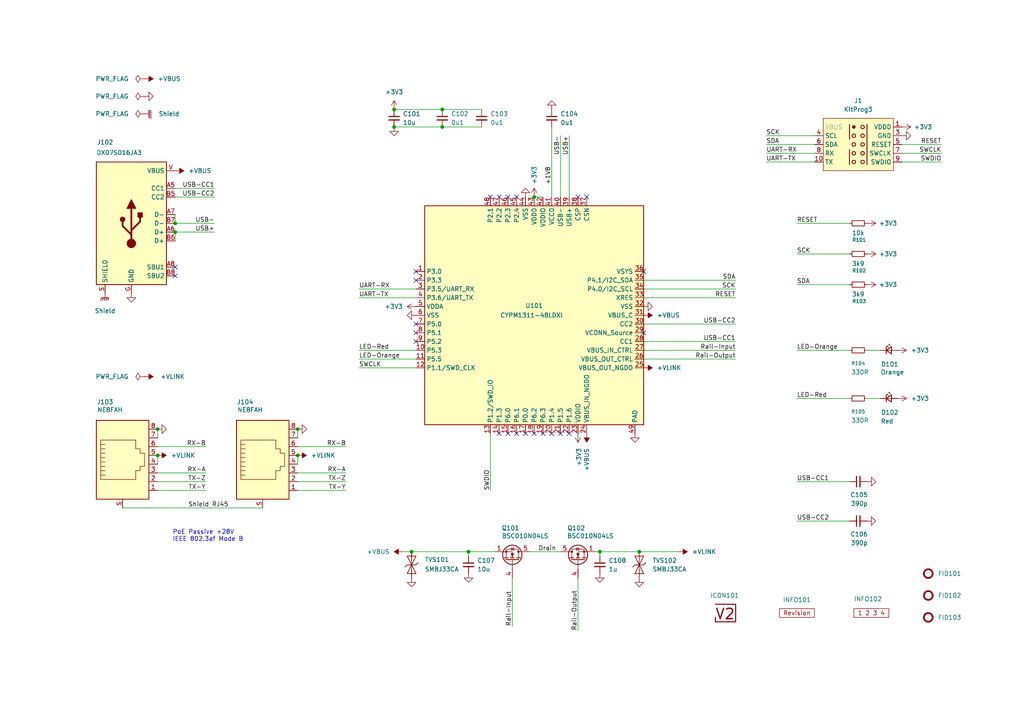
<source format=kicad_sch>
(kicad_sch (version 20250114) (generator "eeschema") (generator_version "9.0")
  (paper "A4")
  (title_block (title "V2 Power Link USB") (date "2026-02-25") (rev "2026-02-10") (company "Versio Duo"))
  (lib_symbols
    (symbol "V2_Artwork:V2-logo" (in_bom no)
      (property "Reference" "ICON" (at -3.302 3.81 0))
      (symbol "V2-logo_1_0"
        (polyline (pts (xy -3.302 2.54) (xy 2.54 2.54) (xy 2.54 -2.54) (xy -3.302 -2.54) (xy -3.302 -1.27)) (stroke (width 0.3)))
      )
      (symbol "V2-logo_1_1"
        (text "V2" (at -0.508 -0.254 0) (effects (font (size 3 3) (thickness 0.375))))
      )
    )
    (symbol "V2_Capacitor:0603_0u1" (pin_numbers (hide yes)) (pin_names (offset 0.254) (hide yes))
      (property "Reference" "C" (at 1.778 1.524 0))
      (property "Value" "0u1" (at 1.778 -2.032 0))
      (symbol "0603_0u1_0_1"
        (polyline (pts (xy -1.524 0.508) (xy 1.524 0.508)) (stroke (width 0.3048)))
        (polyline (pts (xy -1.524 -0.508) (xy 1.524 -0.508)) (stroke (width 0.3302)))
      )
      (symbol "0603_0u1_1_1"
        (pin passive line (at 0 2.54 270) (length 2.032) (name "~") (number "1"))
        (pin passive line (at 0 -2.54 90) (length 2.032) (name "~") (number "2"))
      )
    )
    (symbol "V2_Capacitor:0603_10u" (pin_numbers (hide yes)) (pin_names (offset 0.254) (hide yes))
      (property "Reference" "C" (at 1.524 1.778 0))
      (property "Value" "10u" (at 1.524 -2.032 0))
      (symbol "0603_10u_0_1"
        (polyline (pts (xy -1.524 0.508) (xy 1.524 0.508)) (stroke (width 0.3048)))
        (polyline (pts (xy -1.524 -0.508) (xy 1.524 -0.508)) (stroke (width 0.3302)))
      )
      (symbol "0603_10u_1_1"
        (pin passive line (at 0 2.54 270) (length 2.032) (name "~") (number "1"))
        (pin passive line (at 0 -2.54 90) (length 2.032) (name "~") (number "2"))
      )
    )
    (symbol "V2_Capacitor:0603_1u" (pin_numbers (hide yes)) (pin_names (offset 0.254) (hide yes))
      (property "Reference" "C" (at 1.524 1.778 0))
      (property "Value" "1u" (at 1.524 -2.032 0))
      (symbol "0603_1u_0_1"
        (polyline (pts (xy -1.524 0.508) (xy 1.524 0.508)) (stroke (width 0.3048)))
        (polyline (pts (xy -1.524 -0.508) (xy 1.524 -0.508)) (stroke (width 0.3302)))
      )
      (symbol "0603_1u_1_1"
        (pin passive line (at 0 2.54 270) (length 2.032) (name "~") (number "1"))
        (pin passive line (at 0 -2.54 90) (length 2.032) (name "~") (number "2"))
      )
    )
    (symbol "V2_Capacitor:0603_390p" (pin_numbers (hide yes)) (pin_names (offset 0.254) (hide yes))
      (property "Reference" "C" (at 1.524 1.778 0))
      (property "Value" "390p" (at 1.524 -2.032 0))
      (symbol "0603_390p_0_1"
        (polyline (pts (xy -1.524 0.508) (xy 1.524 0.508)) (stroke (width 0.3048)))
        (polyline (pts (xy -1.524 -0.508) (xy 1.524 -0.508)) (stroke (width 0.3302)))
      )
      (symbol "0603_390p_1_1"
        (pin passive line (at 0 2.54 270) (length 2.032) (name "~") (number "1"))
        (pin passive line (at 0 -2.54 90) (length 2.032) (name "~") (number "2"))
      )
    )
    (symbol "V2_Capacitor:0805_10u" (pin_numbers (hide yes)) (pin_names (offset 0.254) (hide yes))
      (property "Reference" "C" (at 1.524 1.778 0))
      (property "Value" "10u" (at 1.524 -2.032 0))
      (symbol "0805_10u_0_1"
        (polyline (pts (xy -1.524 0.508) (xy 1.524 0.508)) (stroke (width 0.3048)))
        (polyline (pts (xy -1.524 -0.508) (xy 1.524 -0.508)) (stroke (width 0.3302)))
      )
      (symbol "0805_10u_1_1"
        (pin passive line (at 0 2.54 270) (length 2.032) (name "~") (number "1"))
        (pin passive line (at 0 -2.54 90) (length 2.032) (name "~") (number "2"))
      )
    )
    (symbol "V2_Connector_Debug:KitProg3" (in_bom no)
      (property "Reference" "J" (at -10.16 11.43 0))
      (property "Value" "KitProg3" (at -10.16 8.89 0))
      (symbol "KitProg3_1_0"
        (polyline (pts (xy -2.54 5.842) (xy -2.54 1.524)) (stroke (width 0.254)))
        (polyline (pts (xy -2.54 -1.524) (xy -2.54 -5.842)) (stroke (width 0.254)))
        (circle (center -1.27 5.08) (radius 0.508) (stroke (width -0.0001)) (fill (type outline)))
        (circle (center -1.27 2.54) (radius 0.508) (stroke (width 0.254)))
        (circle (center -1.27 0) (radius 0.508) (stroke (width 0.254)))
        (circle (center -1.27 -2.54) (radius 0.508) (stroke (width 0.254)))
        (circle (center -1.27 -5.08) (radius 0.508) (stroke (width 0.254)))
        (circle (center 1.27 5.08) (radius 0.508) (stroke (width 0.254)))
        (circle (center 1.27 2.54) (radius 0.508) (stroke (width 0.254)))
        (circle (center 1.27 0) (radius 0.508) (stroke (width 0.254)))
        (circle (center 1.27 -2.54) (radius 0.508) (stroke (width 0.254)))
        (circle (center 1.27 -5.08) (radius 0.508) (stroke (width 0.254)))
        (polyline (pts (xy 2.54 -5.842) (xy 2.54 5.842)) (stroke (width 0.254)))
        (pin passive line (at -12.7 2.54 0) (length 2.54) (name "SCL") (number "4"))
        (pin passive line (at -12.7 0 0) (length 2.54) (name "SDA") (number "6"))
        (pin passive line (at -12.7 -2.54 0) (length 2.54) (name "RX") (number "8"))
        (pin passive line (at -12.7 -5.08 0) (length 2.54) (name "TX") (number "10"))
        (pin passive line (at 12.7 5.08 180) (length 2.54) (name "VDDD") (number "1"))
        (pin passive line (at 12.7 2.54 180) (length 2.54) (name "GND") (number "3"))
        (pin passive line (at 12.7 0 180) (length 2.54) (name "RESET") (number "5"))
        (pin passive line (at 12.7 -2.54 180) (length 2.54) (name "SWCLK") (number "7"))
        (pin passive line (at 12.7 -5.08 180) (length 2.54) (name "SWDIO") (number "9"))
      )
      (symbol "KitProg3_1_1"
        (rectangle (start -10.16 7.62) (end 10.16 -7.62) (fill (type background)))
        (text "VBUS" (at -7.112 5.08 0) (effects (font (size 1.27 1.27) (italic yes))))
      )
    )
    (symbol "V2_Connector_EtherCon:NE8FAH" (pin_names (offset 1.016))
      (property "Reference" "J" (at -5.08 17.78 0))
      (property "Value" "NE8FAH" (at 2.54 13.97 0))
      (symbol "NE8FAH_0_1"
        (polyline (pts (xy -6.35 1.905) (xy -5.08 1.905) (xy -5.08 1.905)))
        (polyline (pts (xy -6.35 0.635) (xy -5.08 0.635) (xy -5.08 0.635)))
        (polyline (pts (xy -6.35 -0.635) (xy -5.08 -0.635) (xy -5.08 -0.635)))
        (polyline (pts (xy -6.35 -1.905) (xy -5.08 -1.905) (xy -5.08 -1.905)))
        (polyline (pts (xy -6.35 -3.175) (xy -5.08 -3.175) (xy -5.08 -3.175)))
        (polyline (pts (xy -6.35 -4.445) (xy -6.35 6.985) (xy 3.81 6.985) (xy 3.81 4.445) (xy 5.08 4.445) (xy 5.08 3.175) (xy 6.35 3.175) (xy 6.35 -0.635) (xy 5.08 -0.635) (xy 5.08 -1.905) (xy 3.81 -1.905) (xy 3.81 -4.445) (xy -6.35 -4.445) (xy -6.35 -4.445)))
        (polyline (pts (xy -5.08 5.715) (xy -6.35 5.715)))
        (polyline (pts (xy -5.08 4.445) (xy -6.35 4.445)))
        (polyline (pts (xy -5.08 3.175) (xy -6.35 3.175) (xy -6.35 3.175)))
        (rectangle (start 7.62 12.7) (end -7.62 -10.16) (stroke (width 0.254)) (fill (type background)))
      )
      (symbol "NE8FAH_1_1"
        (pin passive line (at 0 -12.7 90) (length 2.54) (name "") (number "S"))
        (pin passive line (at 10.16 10.16 180) (length 2.54) (name "~") (number "8"))
        (pin passive line (at 10.16 7.62 180) (length 2.54) (name "~") (number "7"))
        (pin passive line (at 10.16 5.08 180) (length 2.54) (name "~") (number "6"))
        (pin passive line (at 10.16 2.54 180) (length 2.54) (name "~") (number "5"))
        (pin passive line (at 10.16 0 180) (length 2.54) (name "~") (number "4"))
        (pin passive line (at 10.16 -2.54 180) (length 2.54) (name "~") (number "3"))
        (pin passive line (at 10.16 -5.08 180) (length 2.54) (name "~") (number "2"))
        (pin passive line (at 10.16 -7.62 180) (length 2.54) (name "~") (number "1"))
      )
    )
    (symbol "V2_Connector_USB:JAE_DX07S016JA3"
      (property "Reference" "J" (at -10.16 22.86 0))
      (property "Value" "DX07S016JA3" (at -10.16 20.5 0))
      (symbol "JAE_DX07S016JA3_0_1"
        (rectangle (start -10.16 17.78) (end 10.16 -17.78) (stroke (width 0.254)) (fill (type background)))
        (circle (center -2.54 1.143) (radius 0.635) (stroke (width 0.254)) (fill (type outline)))
        (polyline (pts (xy -1.27 4.318) (xy 0 6.858) (xy 1.27 4.318) (xy -1.27 4.318)) (stroke (width 0.254)) (fill (type outline)))
        (polyline (pts (xy 0 -2.032) (xy 2.54 0.508) (xy 2.54 1.778)) (stroke (width 0.508)))
        (polyline (pts (xy 0 -3.302) (xy -2.54 -0.762) (xy -2.54 0.508)) (stroke (width 0.508)))
        (polyline (pts (xy 0 -5.842) (xy 0 4.318)) (stroke (width 0.508)))
        (circle (center 0 -5.842) (radius 1.27) (fill (type outline)))
        (rectangle (start 1.905 1.778) (end 3.175 3.048) (stroke (width 0.254)) (fill (type outline)))
      )
      (symbol "JAE_DX07S016JA3_1_1"
        (pin passive line (at -7.62 -20.32 90) (length 2.54) (name "SHIELD") (number "S"))
        (pin passive line (at 0 -20.32 90) (length 2.54) (name "GND") (number "G"))
        (pin passive line (at 12.7 15.24 180) (length 2.54) (name "VBUS") (number "V"))
        (pin bidirectional line (at 12.7 10.16 180) (length 2.54) (name "CC1") (number "A5"))
        (pin bidirectional line (at 12.7 7.62 180) (length 2.54) (name "CC2") (number "B5"))
        (pin bidirectional line (at 12.7 2.54 180) (length 2.54) (name "D-") (number "A7"))
        (pin bidirectional line (at 12.7 0 180) (length 2.54) (name "D-") (number "B7"))
        (pin bidirectional line (at 12.7 -2.54 180) (length 2.54) (name "D+") (number "A6"))
        (pin bidirectional line (at 12.7 -5.08 180) (length 2.54) (name "D+") (number "B6"))
        (pin bidirectional line (at 12.7 -12.7 180) (length 2.54) (name "SBU1") (number "A8"))
        (pin bidirectional line (at 12.7 -15.24 180) (length 2.54) (name "SBU2") (number "B8"))
      )
    )
    (symbol "V2_Diode:SMBJ33CA" (pin_numbers (hide yes)) (pin_names (hide yes))
      (property "Reference" "TVS" (at -2.54 6.35 0))
      (property "Value" "SMBJ33CA" (at -2.54 3.81 0))
      (symbol "SMBJ33CA_0_1"
        (polyline (pts (xy -2.54 -1.27) (xy -2.54 1.27) (xy 0 0) (xy -2.54 -1.27)) (stroke (width 0.2032)))
        (polyline (pts (xy 0 1.27) (xy -0.635 1.905) (xy 0 1.27) (xy 0 -1.27) (xy 0.635 -1.905) (xy 0 -1.27)) (stroke (width 0.2032)))
        (polyline (pts (xy 1.27 0) (xy -1.27 0)))
        (polyline (pts (xy 2.54 1.27) (xy 2.54 -1.27) (xy 0 0) (xy 2.54 1.27)) (stroke (width 0.2032)))
      )
      (symbol "SMBJ33CA_1_1"
        (pin passive line (at -3.81 0 0) (length 2.54) (name "K") (number "1"))
        (pin passive line (at 3.81 0 180) (length 2.54) (name "A") (number "2"))
      )
    )
    (symbol "V2_Interface_USB:CYPM1311-48LDXI"
      (property "Reference" "U" (at 0 1.27 0))
      (property "Value" "CYPM1311-48LDXI" (at 0 -1.27 0))
      (symbol "CYPM1311-48LDXI_0_1"
        (rectangle (start -31.75 31.75) (end 31.75 -31.75) (stroke (width 0.254)) (fill (type background)))
      )
      (symbol "CYPM1311-48LDXI_1_1"
        (pin passive line (at -34.29 12.7 0) (length 2.54) (name "P3.0") (number "1"))
        (pin passive line (at -34.29 10.16 0) (length 2.54) (name "P3.3") (number "2"))
        (pin passive line (at -34.29 7.62 0) (length 2.54) (name "P3.5/UART_RX") (number "3"))
        (pin passive line (at -34.29 5.08 0) (length 2.54) (name "P3.6/UART_TX") (number "4"))
        (pin passive line (at -34.29 2.54 0) (length 2.54) (name "VDDA") (number "5"))
        (pin passive line (at -34.29 0 0) (length 2.54) (name "VSS") (number "6"))
        (pin passive line (at -34.29 -2.54 0) (length 2.54) (name "P5.0") (number "7"))
        (pin passive line (at -34.29 -5.08 0) (length 2.54) (name "P5.1") (number "8"))
        (pin passive line (at -34.29 -7.62 0) (length 2.54) (name "P5.2") (number "9"))
        (pin passive line (at -34.29 -10.16 0) (length 2.54) (name "P5.3") (number "10"))
        (pin passive line (at -34.29 -12.7 0) (length 2.54) (name "P5.5") (number "11"))
        (pin passive line (at -34.29 -15.24 0) (length 2.54) (name "P1.1/SWD_CLK") (number "12"))
        (pin passive line (at -12.7 34.29 270) (length 2.54) (name "P2.1") (number "48"))
        (pin passive line (at -12.7 -34.29 90) (length 2.54) (name "P1.2/SWD_IO") (number "13"))
        (pin passive line (at -10.16 34.29 270) (length 2.54) (name "P2.2") (number "47"))
        (pin passive line (at -10.16 -34.29 90) (length 2.54) (name "P1.3") (number "14"))
        (pin passive line (at -7.62 34.29 270) (length 2.54) (name "P2.3") (number "46"))
        (pin passive line (at -7.62 -34.29 90) (length 2.54) (name "P6.0") (number "15"))
        (pin passive line (at -5.08 34.29 270) (length 2.54) (name "P2.4") (number "45"))
        (pin passive line (at -5.08 -34.29 90) (length 2.54) (name "P6.1") (number "16"))
        (pin passive line (at -2.54 34.29 270) (length 2.54) (name "VSS") (number "44"))
        (pin passive line (at -2.54 -34.29 90) (length 2.54) (name "P0.0") (number "17"))
        (pin power_out line (at 0 34.29 270) (length 2.54) (name "VDDD") (number "43"))
        (pin passive line (at 0 -34.29 90) (length 2.54) (name "P6.2") (number "18"))
        (pin passive line (at 2.54 34.29 270) (length 2.54) (name "VDDIO") (number "42"))
        (pin passive line (at 2.54 -34.29 90) (length 2.54) (name "P6.3") (number "19"))
        (pin passive line (at 5.08 34.29 270) (length 2.54) (name "VCCD") (number "41"))
        (pin passive line (at 5.08 -34.29 90) (length 2.54) (name "P1.4") (number "20"))
        (pin passive line (at 7.62 34.29 270) (length 2.54) (name "USB-") (number "40"))
        (pin passive line (at 7.62 -34.29 90) (length 2.54) (name "P1.5") (number "21"))
        (pin passive line (at 10.16 34.29 270) (length 2.54) (name "USB+") (number "39"))
        (pin passive line (at 10.16 -34.29 90) (length 2.54) (name "P1.6") (number "22"))
        (pin passive line (at 12.7 34.29 270) (length 2.54) (name "CSP") (number "38"))
        (pin passive line (at 12.7 -34.29 90) (length 2.54) (name "VDDIO") (number "23"))
        (pin passive line (at 15.24 34.29 270) (length 2.54) (name "CSN") (number "37"))
        (pin passive line (at 15.24 -34.29 90) (length 2.54) (name "VBUS_IN_NGDO") (number "24"))
        (pin passive line (at 29.21 -34.29 90) (length 2.54) (name "PAD") (number "49"))
        (pin passive line (at 31.75 12.7 180) (length 2.54) (name "VSYS") (number "36"))
        (pin passive line (at 31.75 10.16 180) (length 2.54) (name "P4.1/I2C_SDA") (number "35"))
        (pin passive line (at 31.75 7.62 180) (length 2.54) (name "P4.0/I2C_SCL") (number "34"))
        (pin passive line (at 31.75 5.08 180) (length 2.54) (name "XRES") (number "33"))
        (pin passive line (at 31.75 2.54 180) (length 2.54) (name "VSS") (number "32"))
        (pin passive line (at 31.75 0 180) (length 2.54) (name "VBUS_C") (number "31"))
        (pin passive line (at 31.75 -2.54 180) (length 2.54) (name "CC2") (number "30"))
        (pin passive line (at 31.75 -5.08 180) (length 2.54) (name "VCONN_Source") (number "29"))
        (pin passive line (at 31.75 -7.62 180) (length 2.54) (name "CC1") (number "28"))
        (pin passive line (at 31.75 -10.16 180) (length 2.54) (name "VBUS_IN_CTRL") (number "27"))
        (pin passive line (at 31.75 -12.7 180) (length 2.54) (name "VBUS_OUT_CTRL") (number "26"))
        (pin passive line (at 31.75 -15.24 180) (length 2.54) (name "VBUS_OUT_NGDO") (number "25"))
      )
    )
    (symbol "V2_LED:0603_Orange" (pin_numbers (hide yes)) (pin_names (offset 0.254) (hide yes))
      (property "Reference" "D" (at 0 5.588 0))
      (property "Value" "Orange" (at 0 3.556 0))
      (symbol "0603_Orange_0_1"
        (polyline (pts (xy -0.762 -1.016) (xy -0.762 1.016)) (stroke (width 0.254)))
        (polyline (pts (xy 0 0.762) (xy -0.508 1.27) (xy -0.254 1.27) (xy -0.508 1.27) (xy -0.508 1.016)))
        (polyline (pts (xy 0.508 1.27) (xy 0 1.778) (xy 0.254 1.778) (xy 0 1.778) (xy 0 1.524)))
        (polyline (pts (xy 0.762 -1.016) (xy -0.762 0) (xy 0.762 1.016) (xy 0.762 -1.016)) (stroke (width 0.254)))
        (polyline (pts (xy 1.016 0) (xy -0.762 0)))
      )
      (symbol "0603_Orange_1_1"
        (pin passive line (at -2.54 0 0) (length 1.778) (name "K") (number "1"))
        (pin passive line (at 2.54 0 180) (length 1.778) (name "A") (number "2"))
      )
    )
    (symbol "V2_LED:0603_Red" (pin_numbers (hide yes)) (pin_names (offset 0.254) (hide yes))
      (property "Reference" "D" (at 0 5.588 0))
      (property "Value" "Red" (at 0 3.556 0))
      (symbol "0603_Red_0_1"
        (polyline (pts (xy -0.762 -1.016) (xy -0.762 1.016)) (stroke (width 0.254)))
        (polyline (pts (xy 0 0.762) (xy -0.508 1.27) (xy -0.254 1.27) (xy -0.508 1.27) (xy -0.508 1.016)))
        (polyline (pts (xy 0.508 1.27) (xy 0 1.778) (xy 0.254 1.778) (xy 0 1.778) (xy 0 1.524)))
        (polyline (pts (xy 0.762 -1.016) (xy -0.762 0) (xy 0.762 1.016) (xy 0.762 -1.016)) (stroke (width 0.254)))
        (polyline (pts (xy 1.016 0) (xy -0.762 0)))
      )
      (symbol "0603_Red_1_1"
        (pin passive line (at -2.54 0 0) (length 1.778) (name "K") (number "1"))
        (pin passive line (at 2.54 0 180) (length 1.778) (name "A") (number "2"))
      )
    )
    (symbol "V2_Mechanical:Fiducial_Paste" (in_bom no)
      (property "Reference" "FID" (at 5.08 0 0))
      (symbol "Fiducial_Paste_0_1"
        (circle (center 0 0) (radius 1.27) (stroke (width 0.508)))
      )
    )
    (symbol "V2_Production:Layer_Numbers" (in_bom no)
      (property "Reference" "INFO" (at 0 3.81 0))
      (symbol "Layer_Numbers_0_0"
        (text "1 2 3 4" (at 0 0 0) (effects (font (size 1.27 1.27))))
      )
      (symbol "Layer_Numbers_0_1"
        (rectangle (start -5.08 1.27) (end 5.08 -1.27))
      )
    )
    (symbol "V2_Production:Revision" (in_bom no)
      (property "Reference" "INFO" (at 0 2.54 0))
      (symbol "Revision_0_1"
        (rectangle (start -5.08 1.27) (end 5.08 -1.27))
      )
      (symbol "Revision_1_1"
        (text "Revision" (at 0 0 0) (effects (font (size 1.27 1.27))))
      )
    )
    (symbol "V2_Resistor:0603_10k" (pin_numbers (hide yes)) (pin_names (offset 0.254) (hide yes))
      (property "Reference" "R" (at 2.032 1.27 0))
      (property "Value" "10k" (at 3.302 -1.27 0))
      (symbol "0603_10k_0_1"
        (rectangle (start -0.762 1.778) (end 0.762 -1.778) (stroke (width 0.2032)))
      )
      (symbol "0603_10k_1_1"
        (pin passive line (at 0 2.54 270) (length 0.762) (name "~") (number "1"))
        (pin passive line (at 0 -2.54 90) (length 0.762) (name "~") (number "2"))
      )
    )
    (symbol "V2_Resistor:0603_330R" (pin_numbers (hide yes)) (pin_names (offset 0.254) (hide yes))
      (property "Reference" "R" (at 2.032 1.27 0))
      (property "Value" "330R" (at 4.064 -1.27 0))
      (symbol "0603_330R_0_1"
        (rectangle (start -0.762 1.778) (end 0.762 -1.778) (stroke (width 0.2032)))
      )
      (symbol "0603_330R_1_1"
        (pin passive line (at 0 2.54 270) (length 0.762) (name "~") (number "1"))
        (pin passive line (at 0 -2.54 90) (length 0.762) (name "~") (number "2"))
      )
    )
    (symbol "V2_Resistor:0603_3k9" (pin_numbers (hide yes)) (pin_names (offset 0.254) (hide yes))
      (property "Reference" "R" (at 2.032 1.27 0))
      (property "Value" "3k9" (at 3.302 -1.27 0))
      (symbol "0603_3k9_0_1"
        (rectangle (start -0.762 1.778) (end 0.762 -1.778) (stroke (width 0.2032)))
      )
      (symbol "0603_3k9_1_1"
        (pin passive line (at 0 2.54 270) (length 0.762) (name "~") (number "1"))
        (pin passive line (at 0 -2.54 90) (length 0.762) (name "~") (number "2"))
      )
    )
    (symbol "V2_Transistor_FET:BSC010N04LS" (pin_names (hide yes))
      (property "Reference" "Q" (at 5.08 1.905 0))
      (property "Value" "BSC010N04LS" (at 5.08 0 0))
      (symbol "BSC010N04LS_0_1"
        (polyline (pts (xy 0.254 1.905) (xy 0.254 -1.905)) (stroke (width 0.254)))
        (polyline (pts (xy 0.254 0) (xy -2.54 0)))
        (polyline (pts (xy 0.762 2.286) (xy 0.762 1.27)) (stroke (width 0.254)))
        (polyline (pts (xy 0.762 0.508) (xy 0.762 -0.508)) (stroke (width 0.254)))
        (polyline (pts (xy 0.762 -1.27) (xy 0.762 -2.286)) (stroke (width 0.254)))
        (polyline (pts (xy 0.762 -1.778) (xy 3.302 -1.778) (xy 3.302 1.778) (xy 0.762 1.778)))
        (polyline (pts (xy 1.016 0) (xy 2.032 0.381) (xy 2.032 -0.381) (xy 1.016 0)) (fill (type outline)))
        (circle (center 1.651 0) (radius 2.794) (stroke (width 0.254)))
        (polyline (pts (xy 2.54 2.54) (xy 2.54 1.778)))
        (circle (center 2.54 1.778) (radius 0.254) (fill (type outline)))
        (circle (center 2.54 -1.778) (radius 0.254) (fill (type outline)))
        (polyline (pts (xy 2.54 -2.54) (xy 2.54 0) (xy 0.762 0)))
        (polyline (pts (xy 2.794 0.508) (xy 2.921 0.381) (xy 3.683 0.381) (xy 3.81 0.254)))
        (polyline (pts (xy 3.302 0.381) (xy 2.921 -0.254) (xy 3.683 -0.254) (xy 3.302 0.381)))
      )
      (symbol "BSC010N04LS_1_1"
        (pin passive line (at -5.08 0 0) (length 2.54) (name "G") (number "4"))
        (pin passive line (at 2.54 5.08 270) (length 2.54) (name "D") (number "5"))
        (pin passive line (at 2.54 -5.08 90) (length 2.54) (name "S") (number "1"))
      )
    )
    (symbol "V2_power:+3V3" (power) (pin_numbers (hide yes)) (pin_names (offset 0) (hide yes))
      (property "Value" "+3V3" (at 0 5.08 0))
      (symbol "+3V3_0_1"
        (polyline (pts (xy -0.762 1.27) (xy 0 2.54)))
        (polyline (pts (xy 0 2.54) (xy 0.762 1.27)))
        (polyline (pts (xy 0 0) (xy 0 2.54)))
      )
      (symbol "+3V3_1_1"
        (pin power_in line (at 0 0 90) (length 0) (name "~") (number "1"))
      )
    )
    (symbol "V2_power:+VBUS" (power) (pin_numbers (hide yes)) (pin_names (offset 0) (hide yes))
      (property "Value" "+VBUS" (at 0 5.08 0))
      (symbol "+VBUS_0_1"
        (polyline (pts (xy 0 0) (xy 0 2.54)))
        (polyline (pts (xy 0.762 1.27) (xy -0.762 1.27) (xy 0 2.54) (xy 0.762 1.27)) (fill (type outline)))
      )
      (symbol "+VBUS_1_1"
        (pin power_in line (at 0 0 90) (length 0) (name "~") (number "1"))
      )
    )
    (symbol "V2_power:+VLINK" (power) (pin_numbers (hide yes)) (pin_names (offset 0) (hide yes))
      (property "Value" "+VLINK" (at 0 5.08 0))
      (symbol "+VLINK_0_1"
        (polyline (pts (xy 0 0) (xy 0 2.54)))
        (polyline (pts (xy 0.762 1.27) (xy -0.762 1.27) (xy 0 2.54) (xy 0.762 1.27)) (fill (type outline)))
      )
      (symbol "+VLINK_1_1"
        (pin power_in line (at 0 0 90) (length 0) (name "~") (number "1"))
      )
    )
    (symbol "V2_power:GND" (power) (pin_numbers (hide yes)) (pin_names (offset 0) (hide yes))
      (symbol "GND_0_1"
        (polyline (pts (xy 0 0) (xy 0 -1.27) (xy 1.27 -1.27) (xy 0 -2.54) (xy -1.27 -1.27) (xy 0 -1.27)))
      )
      (symbol "GND_1_1"
        (pin power_in line (at 0 0 270) (length 0) (name "~") (number "1"))
      )
    )
    (symbol "V2_power:PWR_FLAG" (power) (pin_numbers (hide yes)) (pin_names (offset 0) (hide yes))
      (property "Value" "PWR_FLAG" (at -8.89 0 0))
      (symbol "PWR_FLAG_0_0"
        (pin power_out line (at 0 0 180) (length 0) (name "~") (number "1"))
      )
      (symbol "PWR_FLAG_0_1"
        (polyline (pts (xy 0 0) (xy -1.27 0) (xy -1.905 -1.016) (xy -2.54 0) (xy -1.905 1.016) (xy -1.27 0)))
      )
    )
    (symbol "V2_power:Shield" (power) (pin_numbers (hide yes)) (pin_names (offset 0) (hide yes))
      (property "Value" "Shield" (at 0 -5.08 0))
      (symbol "Shield_0_1"
        (polyline (pts (xy -1.016 -1.27) (xy -1.27 -2.032) (xy -1.27 -2.032)) (stroke (width 0.2032)))
        (polyline (pts (xy -0.508 -1.27) (xy -0.762 -2.032) (xy -0.762 -2.032)) (stroke (width 0.2032)))
        (polyline (pts (xy 0 -1.27) (xy 0 0)))
        (polyline (pts (xy 0 -1.27) (xy -0.254 -2.032) (xy -0.254 -2.032)) (stroke (width 0.2032)))
        (polyline (pts (xy 0.508 -1.27) (xy 0.254 -2.032) (xy 0.254 -2.032)) (stroke (width 0.2032)))
        (polyline (pts (xy 1.016 -1.27) (xy -1.016 -1.27) (xy -1.016 -1.27)) (stroke (width 0.2032)))
        (polyline (pts (xy 1.016 -1.27) (xy 0.762 -2.032) (xy 0.762 -2.032) (xy 0.762 -2.032)) (stroke (width 0.2032)))
      )
      (symbol "Shield_1_1"
        (pin power_in line (at 0 0 270) (length 0) (name "~") (number "1"))
      )
    )
  )
  (text "PoE Passive +28V\nIEEE 802.3af Mode B" (at 50.038 155.448 0) (effects (font (size 1.27 1.27)) (justify left)))
  (junction (at 114.3 31.75))
  (junction (at 114.3 36.83))
  (junction (at 50.8 64.77))
  (junction (at 86.36 132.08))
  (junction (at 86.36 124.46))
  (junction (at 185.42 160.02))
  (junction (at 135.89 160.02))
  (junction (at 154.94 57.15))
  (junction (at 45.72 124.46))
  (junction (at 119.38 160.02))
  (junction (at 128.27 31.75))
  (junction (at 173.99 160.02))
  (junction (at 45.72 132.08))
  (junction (at 128.27 36.83))
  (junction (at 50.8 67.31))
  (no_connect (at 147.32 57.15))
  (no_connect (at 186.69 78.74))
  (no_connect (at 160.02 125.73))
  (no_connect (at 120.65 96.52))
  (no_connect (at 144.78 125.73))
  (no_connect (at 147.32 125.73))
  (no_connect (at 170.18 57.15))
  (no_connect (at 186.69 96.52))
  (no_connect (at 120.65 93.98))
  (no_connect (at 167.64 57.15))
  (no_connect (at 50.8 77.47))
  (no_connect (at 120.65 78.74))
  (no_connect (at 120.65 99.06))
  (no_connect (at 165.1 125.73))
  (no_connect (at 162.56 125.73))
  (no_connect (at 157.48 125.73))
  (no_connect (at 154.94 125.73))
  (no_connect (at 152.4 125.73))
  (no_connect (at 50.8 80.01))
  (no_connect (at 142.24 57.15))
  (no_connect (at 144.78 57.15))
  (no_connect (at 149.86 125.73))
  (no_connect (at 120.65 81.28))
  (no_connect (at 149.86 57.15))
  (wire (pts (xy 273.05 46.99) (xy 261.62 46.99)))
  (wire (pts (xy 114.3 31.75) (xy 128.27 31.75)))
  (wire (pts (xy 86.36 124.46) (xy 86.36 127)))
  (wire (pts (xy 196.85 160.02) (xy 185.42 160.02)))
  (wire (pts (xy 231.14 64.77) (xy 246.38 64.77)))
  (wire (pts (xy 222.25 44.45) (xy 236.22 44.45)))
  (wire (pts (xy 35.56 147.32) (xy 76.2 147.32)))
  (wire (pts (xy 213.36 86.36) (xy 186.69 86.36)))
  (wire (pts (xy 135.89 160.02) (xy 143.51 160.02)))
  (wire (pts (xy 251.46 101.6) (xy 255.27 101.6)))
  (wire (pts (xy 231.14 139.7) (xy 246.38 139.7)))
  (wire (pts (xy 165.1 39.37) (xy 165.1 57.15)))
  (wire (pts (xy 86.36 129.54) (xy 100.33 129.54)))
  (wire (pts (xy 251.46 115.57) (xy 255.27 115.57)))
  (wire (pts (xy 135.89 161.29) (xy 135.89 160.02)))
  (wire (pts (xy 86.36 137.16) (xy 100.33 137.16)))
  (wire (pts (xy 222.25 41.91) (xy 236.22 41.91)))
  (wire (pts (xy 231.14 151.13) (xy 246.38 151.13)))
  (wire (pts (xy 114.3 36.83) (xy 128.27 36.83)))
  (wire (pts (xy 50.8 62.23) (xy 50.8 64.77)))
  (wire (pts (xy 273.05 44.45) (xy 261.62 44.45)))
  (wire (pts (xy 86.36 142.24) (xy 100.33 142.24)))
  (wire (pts (xy 50.8 54.61) (xy 62.23 54.61)))
  (wire (pts (xy 119.38 160.02) (xy 135.89 160.02)))
  (wire (pts (xy 104.14 86.36) (xy 120.65 86.36)))
  (wire (pts (xy 153.67 160.02) (xy 162.56 160.02)))
  (wire (pts (xy 213.36 93.98) (xy 186.69 93.98)))
  (wire (pts (xy 185.42 160.02) (xy 173.99 160.02)))
  (wire (pts (xy 45.72 139.7) (xy 59.69 139.7)))
  (wire (pts (xy 213.36 104.14) (xy 186.69 104.14)))
  (wire (pts (xy 116.84 160.02) (xy 119.38 160.02)))
  (wire (pts (xy 128.27 31.75) (xy 139.7 31.75)))
  (wire (pts (xy 104.14 101.6) (xy 120.65 101.6)))
  (wire (pts (xy 154.94 57.15) (xy 157.48 57.15)))
  (wire (pts (xy 213.36 101.6) (xy 186.69 101.6)))
  (wire (pts (xy 128.27 36.83) (xy 139.7 36.83)))
  (wire (pts (xy 222.25 39.37) (xy 236.22 39.37)))
  (wire (pts (xy 86.36 139.7) (xy 100.33 139.7)))
  (wire (pts (xy 45.72 132.08) (xy 45.72 134.62)))
  (wire (pts (xy 50.8 64.77) (xy 62.23 64.77)))
  (wire (pts (xy 104.14 104.14) (xy 120.65 104.14)))
  (wire (pts (xy 142.24 142.24) (xy 142.24 125.73)))
  (wire (pts (xy 45.72 124.46) (xy 45.72 127)))
  (wire (pts (xy 231.14 115.57) (xy 246.38 115.57)))
  (wire (pts (xy 50.8 57.15) (xy 62.23 57.15)))
  (wire (pts (xy 231.14 101.6) (xy 246.38 101.6)))
  (wire (pts (xy 167.64 167.64) (xy 167.64 182.88)))
  (wire (pts (xy 104.14 106.68) (xy 120.65 106.68)))
  (wire (pts (xy 162.56 39.37) (xy 162.56 57.15)))
  (wire (pts (xy 160.02 36.83) (xy 160.02 57.15)))
  (wire (pts (xy 173.99 161.29) (xy 173.99 160.02)))
  (wire (pts (xy 104.14 83.82) (xy 120.65 83.82)))
  (wire (pts (xy 50.8 67.31) (xy 50.8 69.85)))
  (wire (pts (xy 148.59 181.61) (xy 148.59 167.64)))
  (wire (pts (xy 45.72 142.24) (xy 59.69 142.24)))
  (wire (pts (xy 50.8 67.31) (xy 62.23 67.31)))
  (wire (pts (xy 213.36 99.06) (xy 186.69 99.06)))
  (wire (pts (xy 45.72 137.16) (xy 59.69 137.16)))
  (wire (pts (xy 213.36 81.28) (xy 186.69 81.28)))
  (wire (pts (xy 231.14 82.55) (xy 246.38 82.55)))
  (wire (pts (xy 222.25 46.99) (xy 236.22 46.99)))
  (wire (pts (xy 213.36 83.82) (xy 186.69 83.82)))
  (wire (pts (xy 86.36 132.08) (xy 86.36 134.62)))
  (wire (pts (xy 261.62 41.91) (xy 273.05 41.91)))
  (wire (pts (xy 45.72 129.54) (xy 59.69 129.54)))
  (wire (pts (xy 173.99 160.02) (xy 172.72 160.02)))
  (wire (pts (xy 231.14 73.66) (xy 246.38 73.66)))
  (label "SCK" (at 222.25 39.37 0))
  (label "SDA" (at 222.25 41.91 0))
  (label "RX-B" (at 100.33 129.54 180))
  (label "Drain" (at 161.29 160.02 180))
  (label "UART-RX" (at 222.25 44.45 0))
  (label "RX-A" (at 100.33 137.16 180))
  (label "TX-Z" (at 100.33 139.7 180))
  (label "SDA" (at 213.36 81.28 180))
  (label "SCK" (at 231.14 73.66 0))
  (label "Rail-Output" (at 213.36 104.14 180))
  (label "TX-Y" (at 59.69 142.24 180))
  (label "USB-CC2" (at 231.14 151.13 0))
  (label "UART-TX" (at 222.25 46.99 0))
  (label "RESET" (at 273.05 41.91 180))
  (label "USB-CC2" (at 62.23 57.15 180))
  (label "LED-Orange" (at 104.14 104.14 0))
  (label "LED-Red" (at 231.14 115.57 0))
  (label "SDA" (at 231.14 82.55 0))
  (label "RX-A" (at 59.69 137.16 180))
  (label "RX-B" (at 59.69 129.54 180))
  (label "USB-CC1" (at 231.14 139.7 0))
  (label "SWDIO" (at 142.24 142.24 90))
  (label "USB-CC1" (at 213.36 99.06 180))
  (label "USB-" (at 62.23 64.77 180))
  (label "TX-Y" (at 100.33 142.24 180))
  (label "SCK" (at 213.36 83.82 180))
  (label "RESET" (at 231.14 64.77 0))
  (label "+1V8" (at 160.02 48.26 270))
  (label "SWCLK" (at 104.14 106.68 0))
  (label "RESET" (at 213.36 86.36 180))
  (label "TX-Z" (at 59.69 139.7 180))
  (label "USB-CC2" (at 213.36 93.98 180))
  (label "USB+" (at 62.23 67.31 180))
  (label "Shield RJ45" (at 54.61 147.32 0))
  (label "LED-Red" (at 104.14 101.6 0))
  (label "Rail-Input" (at 213.36 101.6 180))
  (label "Rail-Output" (at 167.64 182.88 90))
  (label "UART-RX" (at 104.14 83.82 0))
  (label "USB-" (at 162.56 39.37 270))
  (label "SWCLK" (at 273.05 44.45 180))
  (label "UART-TX" (at 104.14 86.36 0))
  (label "LED-Orange" (at 231.14 101.6 0))
  (label "USB-CC1" (at 62.23 54.61 180))
  (label "SWDIO" (at 273.05 46.99 180))
  (label "Rail-Input" (at 148.59 181.61 90))
  (label "USB+" (at 165.1 39.37 270))
  (symbol (lib_id "V2_LED:0603_Red") (at 257.81 115.57 0) (unit 1)
    (property "Reference" "D102" (at 258.064 119.634 0))
    (property "Value" "Red" (at 257.302 122.174 0))
    (property "Footprint" "V2_LED:LED_0603" (effects (hide yes)))
    (property "Description" "Light emitting diode, small symbol" (effects (hide yes)))
    (property "Sim.Pins" "1=K 2=A" (effects (hide yes)))
    (property "Mouser" "755-SML-D12V1WT86" (effects (hide yes)))
    (property "Product" "SML-D12V1WT86" (effects (hide yes)))
    (property "Manufacturer" "ROHM Semiconductor " (effects (hide yes)))
  )
  (symbol (lib_id "V2_Production:Layer_Numbers") (at 252.73 177.8 0) (unit 1) (in_bom no)
    (property "Reference" "INFO102" (at 247.65 173.736 0) (effects (justify left)))
    (property "Value" "Layer_Numbers" (effects (hide yes)))
    (property "Footprint" "V2_Production:Layer_Numbers" (effects (hide yes)))
  )
  (symbol (lib_id "V2_power:PWR_FLAG") (at 41.91 22.86 0) (unit 1)
    (property "Reference" "#FLG101" (effects (hide yes)))
    (property "Value" "PWR_FLAG" (at 32.512 22.86 0))
    (property "Description" "Special symbol for telling ERC where power comes from" (effects (hide yes)))
  )
  (symbol (lib_id "V2_power:+VBUS") (at 116.84 160.02 90) (unit 1)
    (property "Reference" "#PWR134" (effects (hide yes)))
    (property "Value" "+VBUS" (at 113.03 160.0199 90) (effects (justify left)))
    (property "Description" "USB Power Delivery" (effects (hide yes)))
  )
  (symbol (lib_id "V2_Capacitor:0603_0u1") (at 139.7 34.29 0) (unit 1)
    (property "Reference" "C103" (at 142.24 33.0262 0) (effects (justify left)))
    (property "Value" "0u1" (at 142.24 35.5662 0) (effects (justify left)))
    (property "Footprint" "V2_Capacitor_SMD:C_0603" (effects (hide yes)))
    (property "Description" "Unpolarized capacitor, small symbol" (effects (hide yes)))
    (property "Mouser" "810-CGA3E2X7R1H104MA" (effects (hide yes)))
    (property "Manufacturer" "TDK" (effects (hide yes)))
    (property "Product" "CGA3E2X7R1H104M080AA" (effects (hide yes)))
    (property "Rating" "50V" (effects (hide yes)))
  )
  (symbol (lib_id "V2_Diode:SMBJ33CA") (at 185.42 163.83 90) (unit 1)
    (property "Reference" "TVS102" (at 189.23 162.5599 90) (effects (justify right)))
    (property "Value" "SMBJ33CA" (at 189.23 165.0999 90) (effects (justify right)))
    (property "Footprint" "V2_Diode_SMD:D_SMB" (effects (hide yes)))
    (property "Description" "Transient Voltage Suppressor Diode, Bidirectional, 36.7-40.6V" (effects (hide yes)))
    (property "Mouser" "652-SMBJ33CA-Q" (effects (hide yes)))
    (property "Product" "SMBJ33CA-Q" (effects (hide yes)))
    (property "Manufacturer" "Bourns" (effects (hide yes)))
    (property "Rating" "33V" (effects (hide yes)))
  )
  (symbol (lib_id "V2_power:+3V3") (at 167.64 125.73 180) (unit 1)
    (property "Reference" "#PWR127" (effects (hide yes)))
    (property "Value" "+3V3" (at 167.894 132.588 90))
  )
  (symbol (lib_id "V2_power:PWR_FLAG") (at 41.91 33.02 0) (unit 1)
    (property "Reference" "#FLG103" (effects (hide yes)))
    (property "Value" "PWR_FLAG" (at 32.512 33.02 0))
    (property "Description" "Special symbol for telling ERC where power comes from" (effects (hide yes)))
  )
  (symbol (lib_id "V2_power:GND") (at 152.4 57.15 180) (unit 1)
    (property "Reference" "#PWR110" (effects (hide yes)))
    (property "Value" "GND" (effects (hide yes)))
  )
  (symbol (lib_id "V2_Transistor_FET:BSC010N04LS") (at 148.59 162.56 270) (mirror x) (unit 1)
    (property "Reference" "Q101" (at 148.082 153.162 90))
    (property "Value" "BSC010N04LS" (at 145.542 155.448 90) (effects (justify left)))
    (property "Footprint" "V2_Package_TO_SOT_SMD:TDSON-8-FL" (effects (hide yes)))
    (property "Mouser" "726-BSC010N04LS" (effects (hide yes)))
    (property "Product" "BSC010N04LS" (effects (hide yes)))
    (property "Manufacturer" "Infineon Technologies" (effects (hide yes)))
    (property "Rating" "40V" (effects (hide yes)))
    (property "Polarity" "N" (effects (hide yes)))
  )
  (symbol (lib_id "V2_Capacitor:0603_390p") (at 248.92 139.7 90) (unit 1)
    (property "Reference" "C105" (at 246.634 143.51 90) (effects (justify right)))
    (property "Value" "390p" (at 251.714 146.05 90) (effects (justify left)))
    (property "Footprint" "V2_Capacitor_SMD:C_0603" (effects (hide yes)))
    (property "Description" "Unpolarized capacitor, small symbol" (effects (hide yes)))
    (property "Mouser" "810-CGA3E2C0G1H391J" (effects (hide yes)))
    (property "Manufacturer" "TDK" (effects (hide yes)))
    (property "Product" "CGA3E2C0G1H391J080AA" (effects (hide yes)))
    (property "Rating" "50V" (effects (hide yes)))
  )
  (symbol (lib_id "V2_power:GND") (at 41.91 27.94 90) (unit 1)
    (property "Reference" "#PWR102" (effects (hide yes)))
    (property "Value" "GND" (effects (hide yes)))
  )
  (symbol (lib_id "V2_Capacitor:0603_10u") (at 114.3 34.29 0) (unit 1)
    (property "Reference" "C101" (at 116.84 33.0262 0) (effects (justify left)))
    (property "Value" "10u" (at 116.84 35.5662 0) (effects (justify left)))
    (property "Footprint" "V2_Capacitor_SMD:C_0603" (effects (hide yes)))
    (property "Description" "Unpolarized capacitor, small symbol" (effects (hide yes)))
    (property "Mouser" "810-C1608X6S1A106M" (effects (hide yes)))
    (property "Manufacturer" "TDK" (effects (hide yes)))
    (property "Product" "C1608X6S1A106M080AC" (effects (hide yes)))
    (property "Rating" "10V" (effects (hide yes)))
  )
  (symbol (lib_id "V2_power:+VBUS") (at 41.91 22.86 270) (unit 1)
    (property "Reference" "#PWR101" (effects (hide yes)))
    (property "Value" "+VBUS" (at 45.72 22.8599 90) (effects (justify left)))
    (property "Description" "USB Power Delivery" (effects (hide yes)))
  )
  (symbol (lib_id "V2_Resistor:0603_3k9") (at 248.92 82.55 90) (mirror x) (unit 1)
    (property "Reference" "R103" (at 247.142 87.376 90) (effects (font (size 1.016 1.016)) (justify right)))
    (property "Value" "3k9" (at 248.92 85.344 90))
    (property "Footprint" "V2_Resistor_SMD:R_0603" (effects (hide yes)))
    (property "Description" "Resistor, small symbol" (effects (hide yes)))
    (property "Mouser" "71-CRCW06033K90FKEAC" (effects (hide yes)))
    (property "Product" "CRCW06033K90FKEAC" (effects (hide yes)))
    (property "Manufacturer" "Vishay" (effects (hide yes)))
    (property "Rating" "100mW" (effects (hide yes)))
  )
  (symbol (lib_id "V2_Resistor:0603_330R") (at 248.92 115.57 270) (unit 1)
    (property "Reference" "R105" (at 248.92 119.38 90) (effects (font (size 1.016 1.016))))
    (property "Value" "330R" (at 249.428 121.92 90))
    (property "Footprint" "V2_Resistor_SMD:R_0603" (effects (hide yes)))
    (property "Description" "Resistor, small symbol" (effects (hide yes)))
    (property "Mouser" "71-CRCW0603330RFKEAC" (effects (hide yes)))
    (property "Product" "CRCW0603330RFKEAC" (effects (hide yes)))
    (property "Manufacturer" "Vishay" (effects (hide yes)))
    (property "Rating" "100mW" (effects (hide yes)))
  )
  (symbol (lib_id "V2_Artwork:V2-logo") (at 210.82 177.8 0) (unit 1) (in_bom no)
    (property "Reference" "ICON101" (at 205.994 172.72 0) (effects (justify left)))
    (property "Value" "V2-logo" (effects (hide yes)))
    (property "Footprint" "V2_Artwork:Logo_Small" (effects (hide yes)))
  )
  (symbol (lib_id "V2_power:+VLINK") (at 41.91 109.22 270) (unit 1)
    (property "Reference" "#PWR123" (effects (hide yes)))
    (property "Value" "+VLINK" (at 50.038 109.22 90))
    (property "Description" "Power Over CAT Cable" (effects (hide yes)))
  )
  (symbol (lib_id "V2_Capacitor:0805_10u") (at 135.89 163.83 0) (unit 1)
    (property "Reference" "C107" (at 138.43 162.5662 0) (effects (justify left)))
    (property "Value" "10u" (at 138.43 165.1062 0) (effects (justify left)))
    (property "Footprint" "V2_Capacitor_SMD:C_0805" (effects (hide yes)))
    (property "Description" "Unpolarized capacitor, small symbol" (effects (hide yes)))
    (property "Mouser" "810-C2012X5R1E106K" (effects (hide yes)))
    (property "Rating" "25V" (effects (hide yes)))
    (property "Product" "C2012X5R1E106K125AB" (effects (hide yes)))
    (property "Manufacturer" "TDK" (effects (hide yes)))
  )
  (symbol (lib_id "V2_power:GND") (at 119.38 167.64 0) (unit 1)
    (property "Reference" "#PWR138" (effects (hide yes)))
    (property "Value" "GND" (effects (hide yes)))
  )
  (symbol (lib_id "V2_LED:0603_Orange") (at 257.81 101.6 0) (unit 1)
    (property "Reference" "D101" (at 258.064 105.664 0))
    (property "Value" "Orange" (at 258.826 107.95 0))
    (property "Footprint" "V2_LED:LED_0603" (effects (hide yes)))
    (property "Description" "Light emitting diode, small symbol" (effects (hide yes)))
    (property "Sim.Pins" "1=K 2=A" (effects (hide yes)))
    (property "Mouser" "755-SML-D12D1WT86" (effects (hide yes)))
    (property "Product" "SML-D12D1WT86" (effects (hide yes)))
    (property "Manufacturer" "ROHM Semiconductor " (effects (hide yes)))
  )
  (symbol (lib_id "V2_Resistor:0603_3k9") (at 248.92 73.66 90) (mirror x) (unit 1)
    (property "Reference" "R102" (at 247.142 78.486 90) (effects (font (size 1.016 1.016)) (justify right)))
    (property "Value" "3k9" (at 248.92 76.454 90))
    (property "Footprint" "V2_Resistor_SMD:R_0603" (effects (hide yes)))
    (property "Description" "Resistor, small symbol" (effects (hide yes)))
    (property "Mouser" "71-CRCW06033K90FKEAC" (effects (hide yes)))
    (property "Product" "CRCW06033K90FKEAC" (effects (hide yes)))
    (property "Manufacturer" "Vishay" (effects (hide yes)))
    (property "Rating" "100mW" (effects (hide yes)))
  )
  (symbol (lib_id "V2_power:GND") (at 135.89 166.37 0) (unit 1)
    (property "Reference" "#PWR136" (effects (hide yes)))
    (property "Value" "GND" (effects (hide yes)))
  )
  (symbol (lib_id "V2_power:+3V3") (at 261.62 36.83 270) (mirror x) (unit 1)
    (property "Reference" "#PWR106" (effects (hide yes)))
    (property "Value" "+3V3" (at 267.716 36.83 90))
  )
  (symbol (lib_id "V2_power:+3V3") (at 260.35 115.57 270) (unit 1)
    (property "Reference" "#PWR124" (effects (hide yes)))
    (property "Value" "+3V3" (at 264.16 115.5701 90) (effects (justify left)))
  )
  (symbol (lib_id "V2_Diode:SMBJ33CA") (at 119.38 163.83 90) (unit 1)
    (property "Reference" "TVS101" (at 123.19 162.306 90) (effects (justify right)))
    (property "Value" "SMBJ33CA" (at 123.19 165.0999 90) (effects (justify right)))
    (property "Footprint" "V2_Diode_SMD:D_SMB" (effects (hide yes)))
    (property "Description" "Transient Voltage Suppressor Diode, Bidirectional, 36.7-40.6V" (effects (hide yes)))
    (property "Mouser" "652-SMBJ33CA-Q" (effects (hide yes)))
    (property "Product" "SMBJ33CA-Q" (effects (hide yes)))
    (property "Manufacturer" "Bourns" (effects (hide yes)))
    (property "Rating" "33V" (effects (hide yes)))
  )
  (symbol (lib_id "V2_power:+VBUS") (at 170.18 125.73 180) (unit 1)
    (property "Reference" "#PWR128" (effects (hide yes)))
    (property "Value" "+VBUS" (at 170.18 133.35 90))
    (property "Description" "USB Power Delivery" (effects (hide yes)))
  )
  (symbol (lib_id "V2_power:Shield") (at 41.91 33.02 90) (unit 1)
    (property "Reference" "#PWR105" (effects (hide yes)))
    (property "Value" "Shield" (at 49.022 33.02 90))
  )
  (symbol (lib_id "V2_power:PWR_FLAG") (at 41.91 27.94 0) (unit 1)
    (property "Reference" "#FLG102" (effects (hide yes)))
    (property "Value" "PWR_FLAG" (at 32.512 27.94 0))
    (property "Description" "Special symbol for telling ERC where power comes from" (effects (hide yes)))
  )
  (symbol (lib_id "V2_power:+VBUS") (at 186.69 91.44 270) (unit 1)
    (property "Reference" "#PWR120" (effects (hide yes)))
    (property "Value" "+VBUS" (at 190.5 91.4399 90) (effects (justify left)))
    (property "Description" "USB Power Delivery" (effects (hide yes)))
  )
  (symbol (lib_id "V2_power:GND") (at 261.62 39.37 90) (unit 1)
    (property "Reference" "#PWR107" (effects (hide yes)))
    (property "Value" "GND" (effects (hide yes)))
  )
  (symbol (lib_id "V2_power:+3V3") (at 251.46 64.77 270) (mirror x) (unit 1)
    (property "Reference" "#PWR112" (effects (hide yes)))
    (property "Value" "+3V3" (at 257.556 64.77 90))
  )
  (symbol (lib_id "V2_Production:Revision") (at 231.14 177.8 0) (unit 1) (in_bom no)
    (property "Reference" "INFO101" (at 231.14 173.99 0))
    (property "Footprint" "V2_Production:Revision" (effects (hide yes)))
  )
  (symbol (lib_id "V2_Resistor:0603_330R") (at 248.92 101.6 270) (unit 1)
    (property "Reference" "R104" (at 248.92 105.41 90) (effects (font (size 1.016 1.016))))
    (property "Value" "330R" (at 249.428 107.95 90))
    (property "Footprint" "V2_Resistor_SMD:R_0603" (effects (hide yes)))
    (property "Description" "Resistor, small symbol" (effects (hide yes)))
    (property "Mouser" "71-CRCW0603330RFKEAC" (effects (hide yes)))
    (property "Product" "CRCW0603330RFKEAC" (effects (hide yes)))
    (property "Manufacturer" "Vishay" (effects (hide yes)))
    (property "Rating" "100mW" (effects (hide yes)))
  )
  (symbol (lib_id "V2_power:+3V3") (at 154.94 57.15 0) (unit 1)
    (property "Reference" "#PWR111" (effects (hide yes)))
    (property "Value" "+3V3" (at 154.94 50.8 90))
  )
  (symbol (lib_id "V2_Interface_USB:CYPM1311-48LDXI") (at 154.94 91.44 0) (unit 1)
    (property "Reference" "U101" (at 154.94 88.646 0))
    (property "Value" "CYPM1311-48LDXI" (at 154.178 91.44 0))
    (property "Footprint" "V2_Package_DFN_QFN:QFN-48-1EP_6x6mm_P0.4mm_EP4.6x4.6mm" (effects (hide yes)))
    (property "Product" "CYPM1311-48LDXI" (effects (hide yes)))
    (property "Mouser" "727-CYPM1311-48LDXI" (effects (hide yes)))
    (property "Manufacturer" "Infineon Technologies" (effects (hide yes)))
  )
  (symbol (lib_id "V2_power:GND") (at 160.02 31.75 180) (unit 1)
    (property "Reference" "#PWR104" (effects (hide yes)))
    (property "Value" "GND" (effects (hide yes)))
  )
  (symbol (lib_id "V2_power:+VLINK") (at 196.85 160.02 270) (unit 1)
    (property "Reference" "#PWR135" (effects (hide yes)))
    (property "Value" "+VLINK" (at 200.66 160.0199 90) (effects (justify left)))
    (property "Description" "Power Over CAT Cable" (effects (hide yes)))
  )
  (symbol (lib_id "V2_Mechanical:Fiducial_Paste") (at 269.24 166.37 0) (unit 1) (in_bom no)
    (property "Reference" "FID101" (at 272.034 166.37 0) (effects (justify left)))
    (property "Value" "Fiducial_Paste" (effects (hide yes)))
    (property "Footprint" "V2_Fiducial:Fiducial_0.5mm_Mask1mm_Paste" (effects (hide yes)))
    (property "Description" "Fiducial Marker" (effects (hide yes)))
  )
  (symbol (lib_id "V2_power:GND") (at 120.65 91.44 270) (unit 1)
    (property "Reference" "#PWR119" (effects (hide yes)))
    (property "Value" "GND" (effects (hide yes)))
  )
  (symbol (lib_id "V2_power:+3V3") (at 120.65 88.9 90) (unit 1)
    (property "Reference" "#PWR117" (effects (hide yes)))
    (property "Value" "+3V3" (at 116.84 88.8999 90) (effects (justify left)))
  )
  (symbol (lib_id "V2_power:GND") (at 251.46 151.13 90) (unit 1)
    (property "Reference" "#PWR133" (effects (hide yes)))
    (property "Value" "GND" (effects (hide yes)))
  )
  (symbol (lib_id "V2_power:GND") (at 114.3 36.83 0) (unit 1)
    (property "Reference" "#PWR108" (effects (hide yes)))
    (property "Value" "GND" (effects (hide yes)))
  )
  (symbol (lib_id "V2_Capacitor:0603_0u1") (at 128.27 34.29 0) (unit 1)
    (property "Reference" "C102" (at 130.81 33.0262 0) (effects (justify left)))
    (property "Value" "0u1" (at 130.81 35.5662 0) (effects (justify left)))
    (property "Footprint" "V2_Capacitor_SMD:C_0603" (effects (hide yes)))
    (property "Description" "Unpolarized capacitor, small symbol" (effects (hide yes)))
    (property "Mouser" "810-CGA3E2X7R1H104MA" (effects (hide yes)))
    (property "Manufacturer" "TDK" (effects (hide yes)))
    (property "Product" "CGA3E2X7R1H104M080AA" (effects (hide yes)))
    (property "Rating" "50V" (effects (hide yes)))
  )
  (symbol (lib_id "V2_Transistor_FET:BSC010N04LS") (at 167.64 162.56 90) (unit 1)
    (property "Reference" "Q102" (at 167.132 153.162 90))
    (property "Value" "BSC010N04LS" (at 178.054 155.448 90) (effects (justify left)))
    (property "Footprint" "V2_Package_TO_SOT_SMD:TDSON-8-FL" (effects (hide yes)))
    (property "Mouser" "726-BSC010N04LS" (effects (hide yes)))
    (property "Product" "BSC010N04LS" (effects (hide yes)))
    (property "Manufacturer" "Infineon Technologies" (effects (hide yes)))
    (property "Rating" "40V" (effects (hide yes)))
    (property "Polarity" "N" (effects (hide yes)))
  )
  (symbol (lib_id "V2_Capacitor:0603_390p") (at 248.92 151.13 90) (unit 1)
    (property "Reference" "C106" (at 246.634 154.94 90) (effects (justify right)))
    (property "Value" "390p" (at 251.714 157.48 90) (effects (justify left)))
    (property "Footprint" "V2_Capacitor_SMD:C_0603" (effects (hide yes)))
    (property "Description" "Unpolarized capacitor, small symbol" (effects (hide yes)))
    (property "Mouser" "810-CGA3E2C0G1H391J" (effects (hide yes)))
    (property "Manufacturer" "TDK" (effects (hide yes)))
    (property "Product" "CGA3E2C0G1H391J080AA" (effects (hide yes)))
    (property "Rating" "50V" (effects (hide yes)))
  )
  (symbol (lib_id "V2_power:Shield") (at 30.48 85.09 0) (unit 1)
    (property "Reference" "#PWR115" (effects (hide yes)))
    (property "Value" "Shield" (at 30.48 90.17 0))
  )
  (symbol (lib_id "V2_power:GND") (at 38.1 85.09 0) (unit 1)
    (property "Reference" "#PWR116" (effects (hide yes)))
    (property "Value" "GND" (effects (hide yes)))
  )
  (symbol (lib_id "V2_power:+3V3") (at 251.46 73.66 270) (mirror x) (unit 1)
    (property "Reference" "#PWR113" (effects (hide yes)))
    (property "Value" "+3V3" (at 257.556 73.66 90))
  )
  (symbol (lib_id "V2_power:GND") (at 184.15 125.73 0) (unit 1)
    (property "Reference" "#PWR129" (effects (hide yes)))
    (property "Value" "GND" (effects (hide yes)))
  )
  (symbol (lib_id "V2_power:PWR_FLAG") (at 41.91 109.22 0) (unit 1)
    (property "Reference" "#FLG104" (effects (hide yes)))
    (property "Value" "PWR_FLAG" (at 32.512 109.22 0))
    (property "Description" "Special symbol for telling ERC where power comes from" (effects (hide yes)))
  )
  (symbol (lib_id "V2_Connector_EtherCon:NE8FAH") (at 76.2 134.62 0) (unit 1)
    (property "Reference" "J104" (at 71.12 116.586 0))
    (property "Value" "NE8FAH" (at 68.834 118.872 0) (effects (justify left)))
    (property "Footprint" "V2_Connector_EtherCon:NE8FAH" (effects (hide yes)))
    (property "Mouser" "568-NE8FAH" (effects (hide yes)))
    (property "Manufacturer" "Neutrik" (effects (hide yes)))
    (property "Product" "NE8FAH" (effects (hide yes)))
  )
  (symbol (lib_id "V2_power:+3V3") (at 260.35 101.6 270) (unit 1)
    (property "Reference" "#PWR121" (effects (hide yes)))
    (property "Value" "+3V3" (at 264.16 101.6001 90) (effects (justify left)))
  )
  (symbol (lib_id "V2_power:GND") (at 173.99 166.37 0) (unit 1)
    (property "Reference" "#PWR137" (effects (hide yes)))
    (property "Value" "GND" (effects (hide yes)))
  )
  (symbol (lib_id "V2_Capacitor:0603_0u1") (at 160.02 34.29 0) (unit 1)
    (property "Reference" "C104" (at 162.56 33.0262 0) (effects (justify left)))
    (property "Value" "0u1" (at 162.56 35.5662 0) (effects (justify left)))
    (property "Footprint" "V2_Capacitor_SMD:C_0603" (effects (hide yes)))
    (property "Description" "Unpolarized capacitor, small symbol" (effects (hide yes)))
    (property "Mouser" "810-CGA3E2X7R1H104MA" (effects (hide yes)))
    (property "Manufacturer" "TDK" (effects (hide yes)))
    (property "Product" "CGA3E2X7R1H104M080AA" (effects (hide yes)))
    (property "Rating" "50V" (effects (hide yes)))
  )
  (symbol (lib_id "V2_power:+VLINK") (at 186.69 106.68 270) (unit 1)
    (property "Reference" "#PWR122" (effects (hide yes)))
    (property "Value" "+VLINK" (at 190.5 106.6799 90) (effects (justify left)))
    (property "Description" "Power Over CAT Cable" (effects (hide yes)))
  )
  (symbol (lib_id "V2_Connector_USB:JAE_DX07S016JA3") (at 38.1 64.77 0) (unit 1)
    (property "Reference" "J102" (at 30.48 41.275 0))
    (property "Value" "DX07S016JA3" (at 27.94 44.27 0) (effects (justify left)))
    (property "Footprint" "V2_Connector_USB:JAE_DX07S016JA3" (effects (hide yes)))
    (property "Mouser" "656-DX07S016JA3R1500" (effects (hide yes)))
    (property "Product" "DX07S016JA3R1500" (effects (hide yes)))
    (property "Manufacturer" "JAE Electronics" (effects (hide yes)))
  )
  (symbol (lib_id "V2_power:+VBUS") (at 50.8 49.53 270) (unit 1)
    (property "Reference" "#PWR109" (effects (hide yes)))
    (property "Value" "+VBUS" (at 54.61 49.5299 90) (effects (justify left)))
    (property "Description" "USB Power Delivery" (effects (hide yes)))
  )
  (symbol (lib_id "V2_power:+3V3") (at 114.3 31.75 0) (unit 1)
    (property "Reference" "#PWR103" (effects (hide yes)))
    (property "Value" "+3V3" (at 114.3 26.67 0))
  )
  (symbol (lib_id "V2_power:GND") (at 251.46 139.7 90) (unit 1)
    (property "Reference" "#PWR132" (effects (hide yes)))
    (property "Value" "GND" (effects (hide yes)))
  )
  (symbol (lib_id "V2_power:+3V3") (at 251.46 82.55 270) (mirror x) (unit 1)
    (property "Reference" "#PWR114" (effects (hide yes)))
    (property "Value" "+3V3" (at 257.556 82.55 90))
  )
  (symbol (lib_id "V2_Mechanical:Fiducial_Paste") (at 269.24 172.72 0) (unit 1) (in_bom no)
    (property "Reference" "FID102" (at 272.034 172.72 0) (effects (justify left)))
    (property "Value" "Fiducial_Paste" (effects (hide yes)))
    (property "Footprint" "V2_Fiducial:Fiducial_0.5mm_Mask1mm_Paste" (effects (hide yes)))
    (property "Description" "Fiducial Marker" (effects (hide yes)))
  )
  (symbol (lib_id "V2_power:GND") (at 185.42 167.64 0) (unit 1)
    (property "Reference" "#PWR139" (effects (hide yes)))
    (property "Value" "GND" (effects (hide yes)))
  )
  (symbol (lib_id "V2_Capacitor:0603_1u") (at 173.99 163.83 0) (unit 1)
    (property "Reference" "C108" (at 176.53 162.5662 0) (effects (justify left)))
    (property "Value" "1u" (at 176.53 165.1062 0) (effects (justify left)))
    (property "Footprint" "V2_Capacitor_SMD:C_0603" (effects (hide yes)))
    (property "Description" "Unpolarized capacitor, small symbol" (effects (hide yes)))
    (property "Mouser" "810-CGA3E3X7R1H105K0" (effects (hide yes)))
    (property "Product" "CGA3E3X7R1H105K080AB" (effects (hide yes)))
    (property "Manufacturer" "TDK" (effects (hide yes)))
    (property "Rating" "50V" (effects (hide yes)))
  )
  (symbol (lib_id "V2_Resistor:0603_10k") (at 248.92 64.77 90) (mirror x) (unit 1)
    (property "Reference" "R101" (at 247.142 69.596 90) (effects (font (size 1.016 1.016)) (justify right)))
    (property "Value" "10k" (at 248.92 67.564 90))
    (property "Footprint" "V2_Resistor_SMD:R_0603" (effects (hide yes)))
    (property "Description" "Resistor, small symbol" (effects (hide yes)))
    (property "Mouser" "71-CRCW060310K0FKEAC" (effects (hide yes)))
    (property "Product" "CRCW060310K0FKEAC" (effects (hide yes)))
    (property "Manufacturer" "Vishay" (effects (hide yes)))
    (property "Rating" "100mW" (effects (hide yes)))
  )
  (symbol (lib_id "V2_Connector_Debug:KitProg3") (at 248.92 41.91 0) (unit 1) (in_bom no)
    (property "Reference" "J1" (at 248.92 29.21 0))
    (property "Value" "KitProg3" (at 248.92 31.75 0))
    (property "Footprint" "V2_Connector_Debug:KitProg3" (effects (hide yes)))
    (property "Description" "Nonsensical pin order, the cable's wire 1 is pin 2" (effects (hide yes)))
  )
  (symbol (lib_id "V2_power:+VLINK") (at 45.72 132.08 270) (unit 1)
    (property "Reference" "#PWR130" (effects (hide yes)))
    (property "Value" "+VLINK" (at 49.53 132.0799 90) (effects (justify left)))
    (property "Description" "Power Over CAT Cable" (effects (hide yes)))
  )
  (symbol (lib_id "V2_power:GND") (at 86.36 124.46 90) (unit 1)
    (property "Reference" "#PWR126" (effects (hide yes)))
    (property "Value" "GND" (effects (hide yes)))
  )
  (symbol (lib_id "V2_power:GND") (at 45.72 124.46 90) (unit 1)
    (property "Reference" "#PWR125" (effects (hide yes)))
    (property "Value" "GND" (effects (hide yes)))
  )
  (symbol (lib_id "V2_power:+VLINK") (at 86.36 132.08 270) (unit 1)
    (property "Reference" "#PWR131" (effects (hide yes)))
    (property "Value" "+VLINK" (at 90.17 132.0799 90) (effects (justify left)))
    (property "Description" "Power Over CAT Cable" (effects (hide yes)))
  )
  (symbol (lib_id "V2_Mechanical:Fiducial_Paste") (at 269.24 179.07 0) (unit 1) (in_bom no)
    (property "Reference" "FID103" (at 272.034 179.07 0) (effects (justify left)))
    (property "Value" "Fiducial_Paste" (effects (hide yes)))
    (property "Footprint" "V2_Fiducial:Fiducial_0.5mm_Mask1mm_Paste" (effects (hide yes)))
    (property "Description" "Fiducial Marker" (effects (hide yes)))
  )
  (symbol (lib_id "V2_Connector_EtherCon:NE8FAH") (at 35.56 134.62 0) (unit 1)
    (property "Reference" "J103" (at 30.48 116.586 0))
    (property "Value" "NE8FAH" (at 28.194 118.872 0) (effects (justify left)))
    (property "Footprint" "V2_Connector_EtherCon:NE8FAH" (effects (hide yes)))
    (property "Mouser" "568-NE8FAH" (effects (hide yes)))
    (property "Manufacturer" "Neutrik" (effects (hide yes)))
    (property "Product" "NE8FAH" (effects (hide yes)))
  )
  (symbol (lib_id "V2_power:GND") (at 186.69 88.9 90) (unit 1)
    (property "Reference" "#PWR118" (effects (hide yes)))
    (property "Value" "GND" (effects (hide yes)))
  )
)
</source>
